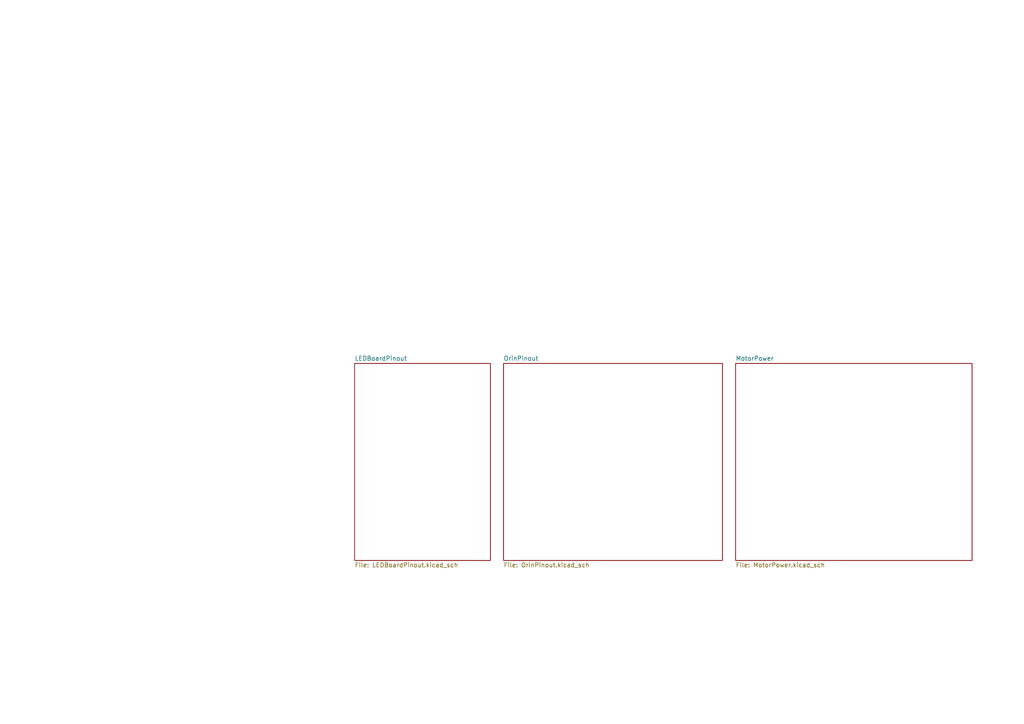
<source format=kicad_sch>
(kicad_sch
	(version 20231120)
	(generator "eeschema")
	(generator_version "8.0")
	(uuid "605eff46-b281-4cd5-84ac-aa97178bb7be")
	(paper "A4")
	(lib_symbols)
	(sheet
		(at 146.05 105.41)
		(size 63.5 57.15)
		(fields_autoplaced yes)
		(stroke
			(width 0.1524)
			(type solid)
		)
		(fill
			(color 0 0 0 0.0000)
		)
		(uuid "487f4da6-9a33-4c8e-8a5a-04392d82f5a1")
		(property "Sheetname" "OrinPinout"
			(at 146.05 104.6984 0)
			(effects
				(font
					(size 1.27 1.27)
				)
				(justify left bottom)
			)
		)
		(property "Sheetfile" "OrinPinout.kicad_sch"
			(at 146.05 163.1446 0)
			(effects
				(font
					(size 1.27 1.27)
				)
				(justify left top)
			)
		)
		(instances
			(project "PowerDistro"
				(path "/605eff46-b281-4cd5-84ac-aa97178bb7be"
					(page "3")
				)
			)
		)
	)
	(sheet
		(at 102.87 105.41)
		(size 39.37 57.15)
		(fields_autoplaced yes)
		(stroke
			(width 0.1524)
			(type solid)
		)
		(fill
			(color 0 0 0 0.0000)
		)
		(uuid "5a05102a-8d82-49b8-9679-8a2aadf03607")
		(property "Sheetname" "LEDBoardPinout"
			(at 102.87 104.6984 0)
			(effects
				(font
					(size 1.27 1.27)
				)
				(justify left bottom)
			)
		)
		(property "Sheetfile" "LEDBoardPinout.kicad_sch"
			(at 102.87 163.1446 0)
			(effects
				(font
					(size 1.27 1.27)
				)
				(justify left top)
			)
		)
		(instances
			(project "PowerDistro"
				(path "/605eff46-b281-4cd5-84ac-aa97178bb7be"
					(page "4")
				)
			)
		)
	)
	(sheet
		(at 213.36 105.41)
		(size 68.58 57.15)
		(fields_autoplaced yes)
		(stroke
			(width 0.1524)
			(type solid)
		)
		(fill
			(color 0 0 0 0.0000)
		)
		(uuid "b7e818b9-4aaa-45d2-9f37-db85d93298c1")
		(property "Sheetname" "MotorPower"
			(at 213.36 104.6984 0)
			(effects
				(font
					(size 1.27 1.27)
				)
				(justify left bottom)
			)
		)
		(property "Sheetfile" "MotorPower.kicad_sch"
			(at 213.36 163.1446 0)
			(effects
				(font
					(size 1.27 1.27)
				)
				(justify left top)
			)
		)
		(instances
			(project "PowerDistro"
				(path "/605eff46-b281-4cd5-84ac-aa97178bb7be"
					(page "2")
				)
			)
		)
	)
	(sheet_instances
		(path "/"
			(page "1")
		)
	)
)

</source>
